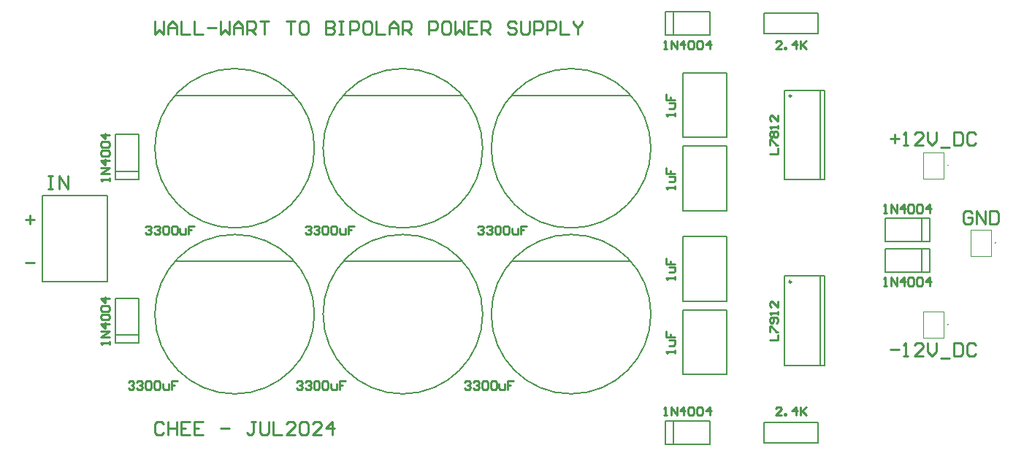
<source format=gbr>
G04*
G04 #@! TF.GenerationSoftware,Altium Limited,Altium Designer,24.5.1 (21)*
G04*
G04 Layer_Color=65535*
%FSLAX25Y25*%
%MOIN*%
G70*
G04*
G04 #@! TF.SameCoordinates,C76CA4C4-4B78-49E4-996D-9464DF6DB47D*
G04*
G04*
G04 #@! TF.FilePolarity,Positive*
G04*
G01*
G75*
%ADD10C,0.00984*%
%ADD11C,0.00787*%
%ADD12C,0.00591*%
%ADD13C,0.00394*%
%ADD14C,0.01000*%
D10*
X356398Y165709D02*
G03*
X356398Y165709I-492J0D01*
G01*
Y80748D02*
G03*
X356398Y80748I-492J0D01*
G01*
D11*
X449606Y98622D02*
G03*
X449606Y98622I-197J0D01*
G01*
X427953Y61221D02*
G03*
X427953Y61221I-197J0D01*
G01*
Y134055D02*
G03*
X427953Y134055I-197J0D01*
G01*
X369488Y127323D02*
Y168268D01*
X353346Y168268D02*
X371457D01*
X353346Y127323D02*
Y168268D01*
Y127323D02*
X371457D01*
Y168268D01*
X47835Y131295D02*
X58465D01*
Y127559D02*
Y148031D01*
X47835D02*
X58465D01*
X47835Y127559D02*
Y148031D01*
Y127559D02*
X58465D01*
X306890Y67913D02*
X326969D01*
X306890Y38386D02*
Y67913D01*
Y38386D02*
X326969D01*
Y67913D01*
X152362Y165945D02*
X205906D01*
X14764Y120079D02*
X44291D01*
X14764Y80709D02*
X44291D01*
Y120079D01*
X14764Y80709D02*
Y120079D01*
X47835Y52756D02*
X58465D01*
X47835D02*
Y73228D01*
X58465D01*
Y52756D02*
Y73228D01*
X47835Y56492D02*
X58465D01*
X298819Y193504D02*
Y204134D01*
X319291D01*
Y193504D02*
Y204134D01*
X298819Y193504D02*
X319291D01*
X302555D02*
Y204134D01*
X368701Y7087D02*
Y16535D01*
X343898Y7087D02*
X368701D01*
X343898Y16535D02*
X368701D01*
X343898Y7087D02*
Y16535D01*
X419685Y85236D02*
Y95866D01*
X399213Y85236D02*
X419685D01*
X399213D02*
Y95866D01*
X419685D01*
X415949Y85236D02*
Y95866D01*
X419685Y99016D02*
Y109646D01*
X399213Y99016D02*
X419685D01*
X399213D02*
Y109646D01*
X419685D01*
X415949Y99016D02*
Y109646D01*
X371457Y42362D02*
Y83307D01*
X353346Y42362D02*
X371457D01*
X353346D02*
Y83307D01*
Y83307D02*
X371457D01*
X369488Y42362D02*
Y83307D01*
X368701Y194095D02*
Y203543D01*
X343898Y194095D02*
X368701D01*
X343898Y203543D02*
X368701D01*
X343898Y194095D02*
Y203543D01*
X298819Y6496D02*
Y17126D01*
X319291D01*
Y6496D02*
Y17126D01*
X298819Y6496D02*
X319291D01*
X302555D02*
Y17126D01*
X75590Y90158D02*
X129134D01*
X229134D02*
X282677D01*
X152362D02*
X205906D01*
X75590Y165945D02*
X129134D01*
X229134D02*
X282677D01*
X306890Y71850D02*
Y101378D01*
X326969D01*
Y71850D02*
Y101378D01*
X306890Y71850D02*
X326969D01*
X306890Y146653D02*
Y176181D01*
X326969D01*
Y146653D02*
Y176181D01*
X306890Y146653D02*
X326969D01*
Y113189D02*
Y142717D01*
X306890Y113189D02*
X326969D01*
X306890D02*
Y142717D01*
X326969D01*
D12*
X215551Y141732D02*
G03*
X215551Y141732I-36417J0D01*
G01*
X138779Y65945D02*
G03*
X138779Y65945I-36417J0D01*
G01*
X292323D02*
G03*
X292323Y65945I-36417J0D01*
G01*
X215551D02*
G03*
X215551Y65945I-36417J0D01*
G01*
X138779Y141732D02*
G03*
X138779Y141732I-36417J0D01*
G01*
X292323D02*
G03*
X292323Y141732I-36417J0D01*
G01*
D13*
X438169Y92421D02*
Y104429D01*
X447657D01*
Y92421D02*
Y104429D01*
X438169Y92421D02*
X447657D01*
X416516Y55020D02*
Y67028D01*
X426004D01*
Y55020D02*
Y67028D01*
X416516Y55020D02*
X426004D01*
X416516Y127854D02*
Y139862D01*
X426004D01*
Y127854D02*
Y139862D01*
X416516Y127854D02*
X426004D01*
D14*
X6905Y89583D02*
X10904D01*
X6905Y109299D02*
X10904D01*
X8905Y111298D02*
Y107299D01*
X69959Y15841D02*
X68960Y16841D01*
X66960D01*
X65961Y15841D01*
Y11842D01*
X66960Y10842D01*
X68960D01*
X69959Y11842D01*
X71959Y16841D02*
Y10842D01*
Y13842D01*
X75957D01*
Y16841D01*
Y10842D01*
X81955Y16841D02*
X77957D01*
Y10842D01*
X81955D01*
X77957Y13842D02*
X79956D01*
X87954Y16841D02*
X83955D01*
Y10842D01*
X87954D01*
X83955Y13842D02*
X85954D01*
X95951D02*
X99950D01*
X111946Y16841D02*
X109946D01*
X110946D01*
Y11842D01*
X109946Y10842D01*
X108947D01*
X107947Y11842D01*
X113945Y16841D02*
Y11842D01*
X114945Y10842D01*
X116944D01*
X117944Y11842D01*
Y16841D01*
X119943D02*
Y10842D01*
X123942D01*
X129940D02*
X125941D01*
X129940Y14841D01*
Y15841D01*
X128940Y16841D01*
X126941D01*
X125941Y15841D01*
X131939D02*
X132939Y16841D01*
X134938D01*
X135938Y15841D01*
Y11842D01*
X134938Y10842D01*
X132939D01*
X131939Y11842D01*
Y15841D01*
X141936Y10842D02*
X137937D01*
X141936Y14841D01*
Y15841D01*
X140936Y16841D01*
X138937D01*
X137937Y15841D01*
X146934Y10842D02*
Y16841D01*
X143935Y13842D01*
X147934D01*
X65961Y199911D02*
Y193913D01*
X67960Y195913D01*
X69959Y193913D01*
Y199911D01*
X71959Y193913D02*
Y197912D01*
X73958Y199911D01*
X75957Y197912D01*
Y193913D01*
Y196912D01*
X71959D01*
X77957Y199911D02*
Y193913D01*
X81955D01*
X83955Y199911D02*
Y193913D01*
X87954D01*
X89953Y196912D02*
X93952D01*
X95951Y199911D02*
Y193913D01*
X97950Y195913D01*
X99950Y193913D01*
Y199911D01*
X101949Y193913D02*
Y197912D01*
X103948Y199911D01*
X105948Y197912D01*
Y193913D01*
Y196912D01*
X101949D01*
X107947Y193913D02*
Y199911D01*
X110946D01*
X111946Y198912D01*
Y196912D01*
X110946Y195913D01*
X107947D01*
X109946D02*
X111946Y193913D01*
X113945Y199911D02*
X117944D01*
X115945D01*
Y193913D01*
X125941Y199911D02*
X129940D01*
X127941D01*
Y193913D01*
X134938Y199911D02*
X132939D01*
X131939Y198912D01*
Y194913D01*
X132939Y193913D01*
X134938D01*
X135938Y194913D01*
Y198912D01*
X134938Y199911D01*
X143935D02*
Y193913D01*
X146934D01*
X147934Y194913D01*
Y195913D01*
X146934Y196912D01*
X143935D01*
X146934D01*
X147934Y197912D01*
Y198912D01*
X146934Y199911D01*
X143935D01*
X149934D02*
X151933D01*
X150933D01*
Y193913D01*
X149934D01*
X151933D01*
X154932D02*
Y199911D01*
X157931D01*
X158931Y198912D01*
Y196912D01*
X157931Y195913D01*
X154932D01*
X163929Y199911D02*
X161930D01*
X160930Y198912D01*
Y194913D01*
X161930Y193913D01*
X163929D01*
X164929Y194913D01*
Y198912D01*
X163929Y199911D01*
X166928D02*
Y193913D01*
X170927D01*
X172926D02*
Y197912D01*
X174925Y199911D01*
X176925Y197912D01*
Y193913D01*
Y196912D01*
X172926D01*
X178924Y193913D02*
Y199911D01*
X181923D01*
X182923Y198912D01*
Y196912D01*
X181923Y195913D01*
X178924D01*
X180923D02*
X182923Y193913D01*
X190920D02*
Y199911D01*
X193919D01*
X194919Y198912D01*
Y196912D01*
X193919Y195913D01*
X190920D01*
X199917Y199911D02*
X197918D01*
X196918Y198912D01*
Y194913D01*
X197918Y193913D01*
X199917D01*
X200917Y194913D01*
Y198912D01*
X199917Y199911D01*
X202916D02*
Y193913D01*
X204916Y195913D01*
X206915Y193913D01*
Y199911D01*
X212913D02*
X208914D01*
Y193913D01*
X212913D01*
X208914Y196912D02*
X210914D01*
X214912Y193913D02*
Y199911D01*
X217912D01*
X218911Y198912D01*
Y196912D01*
X217912Y195913D01*
X214912D01*
X216912D02*
X218911Y193913D01*
X230907Y198912D02*
X229908Y199911D01*
X227908D01*
X226909Y198912D01*
Y197912D01*
X227908Y196912D01*
X229908D01*
X230907Y195913D01*
Y194913D01*
X229908Y193913D01*
X227908D01*
X226909Y194913D01*
X232907Y199911D02*
Y194913D01*
X233906Y193913D01*
X235906D01*
X236905Y194913D01*
Y199911D01*
X238905Y193913D02*
Y199911D01*
X241904D01*
X242903Y198912D01*
Y196912D01*
X241904Y195913D01*
X238905D01*
X244903Y193913D02*
Y199911D01*
X247902D01*
X248902Y198912D01*
Y196912D01*
X247902Y195913D01*
X244903D01*
X250901Y199911D02*
Y193913D01*
X254900D01*
X256899Y199911D02*
Y198912D01*
X258898Y196912D01*
X260898Y198912D01*
Y199911D01*
X258898Y196912D02*
Y193913D01*
X438915Y112236D02*
X437915Y113235D01*
X435916D01*
X434916Y112236D01*
Y108237D01*
X435916Y107237D01*
X437915D01*
X438915Y108237D01*
Y110236D01*
X436915D01*
X440914Y107237D02*
Y113235D01*
X444913Y107237D01*
Y113235D01*
X446912D02*
Y107237D01*
X449911D01*
X450911Y108237D01*
Y112236D01*
X449911Y113235D01*
X446912D01*
X401766Y49712D02*
X405765D01*
X407764Y46713D02*
X409764D01*
X408764D01*
Y52711D01*
X407764Y51712D01*
X416761Y46713D02*
X412763D01*
X416761Y50712D01*
Y51712D01*
X415762Y52711D01*
X413762D01*
X412763Y51712D01*
X418761Y52711D02*
Y48713D01*
X420760Y46713D01*
X422759Y48713D01*
Y52711D01*
X424759Y45714D02*
X428757D01*
X430757Y52711D02*
Y46713D01*
X433756D01*
X434756Y47713D01*
Y51712D01*
X433756Y52711D01*
X430757D01*
X440754Y51712D02*
X439754Y52711D01*
X437754D01*
X436755Y51712D01*
Y47713D01*
X437754Y46713D01*
X439754D01*
X440754Y47713D01*
X401766Y146169D02*
X405765D01*
X403765Y148169D02*
Y144170D01*
X407764Y143170D02*
X409764D01*
X408764D01*
Y149168D01*
X407764Y148169D01*
X416761Y143170D02*
X412763D01*
X416761Y147169D01*
Y148169D01*
X415762Y149168D01*
X413762D01*
X412763Y148169D01*
X418761Y149168D02*
Y145169D01*
X420760Y143170D01*
X422759Y145169D01*
Y149168D01*
X424759Y142170D02*
X428757D01*
X430757Y149168D02*
Y143170D01*
X433756D01*
X434756Y144170D01*
Y148169D01*
X433756Y149168D01*
X430757D01*
X440754Y148169D02*
X439754Y149168D01*
X437754D01*
X436755Y148169D01*
Y144170D01*
X437754Y143170D01*
X439754D01*
X440754Y144170D01*
X346457Y53979D02*
X350393D01*
Y56603D01*
X346457Y57915D02*
Y60539D01*
X347113D01*
X349737Y57915D01*
X350393D01*
X349737Y61851D02*
X350393Y62507D01*
Y63819D01*
X349737Y64474D01*
X347113D01*
X346457Y63819D01*
Y62507D01*
X347113Y61851D01*
X347769D01*
X348425Y62507D01*
Y64474D01*
X350393Y65786D02*
Y67098D01*
Y66442D01*
X346457D01*
X347113Y65786D01*
X350393Y71690D02*
Y69066D01*
X347769Y71690D01*
X347113D01*
X346457Y71034D01*
Y69722D01*
X347113Y69066D01*
X346457Y139097D02*
X350393D01*
Y141721D01*
X346457Y143033D02*
Y145657D01*
X347113D01*
X349737Y143033D01*
X350393D01*
X347113Y146969D02*
X346457Y147625D01*
Y148937D01*
X347113Y149593D01*
X347769D01*
X348425Y148937D01*
X349081Y149593D01*
X349737D01*
X350393Y148937D01*
Y147625D01*
X349737Y146969D01*
X349081D01*
X348425Y147625D01*
X347769Y146969D01*
X347113D01*
X348425Y147625D02*
Y148937D01*
X350393Y150905D02*
Y152216D01*
Y151560D01*
X346457D01*
X347113Y150905D01*
X350393Y156808D02*
Y154184D01*
X347769Y156808D01*
X347113D01*
X346457Y156152D01*
Y154840D01*
X347113Y154184D01*
X352035Y19686D02*
X349412D01*
X352035Y22309D01*
Y22965D01*
X351379Y23621D01*
X350068D01*
X349412Y22965D01*
X353347Y19686D02*
Y20342D01*
X354003D01*
Y19686D01*
X353347D01*
X358595D02*
Y23621D01*
X356627Y21654D01*
X359251D01*
X360563Y23621D02*
Y19686D01*
Y20998D01*
X363187Y23621D01*
X361219Y21654D01*
X363187Y19686D01*
X352035Y187009D02*
X349412D01*
X352035Y189632D01*
Y190288D01*
X351379Y190944D01*
X350068D01*
X349412Y190288D01*
X353347Y187009D02*
Y187664D01*
X354003D01*
Y187009D01*
X353347D01*
X358595D02*
Y190944D01*
X356627Y188976D01*
X359251D01*
X360563Y190944D02*
Y187009D01*
Y188320D01*
X363187Y190944D01*
X361219Y188976D01*
X363187Y187009D01*
X17155Y128983D02*
X19154D01*
X18155D01*
Y122985D01*
X17155D01*
X19154D01*
X22153D02*
Y128983D01*
X26152Y122985D01*
Y128983D01*
X298232Y19686D02*
X299544D01*
X298888D01*
Y23621D01*
X298232Y22965D01*
X301512Y19686D02*
Y23621D01*
X304135Y19686D01*
Y23621D01*
X307415Y19686D02*
Y23621D01*
X305447Y21654D01*
X308071D01*
X309383Y22965D02*
X310039Y23621D01*
X311351D01*
X312007Y22965D01*
Y20342D01*
X311351Y19686D01*
X310039D01*
X309383Y20342D01*
Y22965D01*
X313319D02*
X313975Y23621D01*
X315287D01*
X315943Y22965D01*
Y20342D01*
X315287Y19686D01*
X313975D01*
X313319Y20342D01*
Y22965D01*
X319222Y19686D02*
Y23621D01*
X317255Y21654D01*
X319878D01*
X45275Y52169D02*
Y53481D01*
Y52825D01*
X41339D01*
X41995Y52169D01*
X45275Y55449D02*
X41339D01*
X45275Y58072D01*
X41339D01*
X45275Y61352D02*
X41339D01*
X43307Y59384D01*
Y62008D01*
X41995Y63320D02*
X41339Y63976D01*
Y65288D01*
X41995Y65944D01*
X44619D01*
X45275Y65288D01*
Y63976D01*
X44619Y63320D01*
X41995D01*
Y67256D02*
X41339Y67912D01*
Y69224D01*
X41995Y69880D01*
X44619D01*
X45275Y69224D01*
Y67912D01*
X44619Y67256D01*
X41995D01*
X45275Y73159D02*
X41339D01*
X43307Y71192D01*
Y73815D01*
X398625Y78741D02*
X399937D01*
X399282D01*
Y82677D01*
X398625Y82021D01*
X401905Y78741D02*
Y82677D01*
X404529Y78741D01*
Y82677D01*
X407809Y78741D02*
Y82677D01*
X405841Y80709D01*
X408465D01*
X409777Y82021D02*
X410433Y82677D01*
X411745D01*
X412401Y82021D01*
Y79397D01*
X411745Y78741D01*
X410433D01*
X409777Y79397D01*
Y82021D01*
X413713D02*
X414368Y82677D01*
X415680D01*
X416336Y82021D01*
Y79397D01*
X415680Y78741D01*
X414368D01*
X413713Y79397D01*
Y82021D01*
X419616Y78741D02*
Y82677D01*
X417648Y80709D01*
X420272D01*
X398626Y112205D02*
X399938D01*
X399282D01*
Y116141D01*
X398626Y115485D01*
X401905Y112205D02*
Y116141D01*
X404529Y112205D01*
Y116141D01*
X407809Y112205D02*
Y116141D01*
X405841Y114173D01*
X408465D01*
X409777Y115485D02*
X410433Y116141D01*
X411745D01*
X412401Y115485D01*
Y112861D01*
X411745Y112205D01*
X410433D01*
X409777Y112861D01*
Y115485D01*
X413713D02*
X414368Y116141D01*
X415680D01*
X416336Y115485D01*
Y112861D01*
X415680Y112205D01*
X414368D01*
X413713Y112861D01*
Y115485D01*
X419616Y112205D02*
Y116141D01*
X417648Y114173D01*
X420272D01*
X45275Y126972D02*
Y128284D01*
Y127628D01*
X41339D01*
X41995Y126972D01*
X45275Y130252D02*
X41339D01*
X45275Y132876D01*
X41339D01*
X45275Y136155D02*
X41339D01*
X43307Y134187D01*
Y136811D01*
X41995Y138123D02*
X41339Y138779D01*
Y140091D01*
X41995Y140747D01*
X44619D01*
X45275Y140091D01*
Y138779D01*
X44619Y138123D01*
X41995D01*
Y142059D02*
X41339Y142715D01*
Y144027D01*
X41995Y144683D01*
X44619D01*
X45275Y144027D01*
Y142715D01*
X44619Y142059D01*
X41995D01*
X45275Y147963D02*
X41339D01*
X43307Y145995D01*
Y148619D01*
X298232Y187009D02*
X299544D01*
X298888D01*
Y190944D01*
X298232Y190288D01*
X301512Y187009D02*
Y190944D01*
X304135Y187009D01*
Y190944D01*
X307415Y187009D02*
Y190944D01*
X305447Y188976D01*
X308071D01*
X309383Y190288D02*
X310039Y190944D01*
X311351D01*
X312007Y190288D01*
Y187664D01*
X311351Y187009D01*
X310039D01*
X309383Y187664D01*
Y190288D01*
X313319D02*
X313975Y190944D01*
X315287D01*
X315943Y190288D01*
Y187664D01*
X315287Y187009D01*
X313975D01*
X313319Y187664D01*
Y190288D01*
X319222Y187009D02*
Y190944D01*
X317255Y188976D01*
X319878D01*
X303149Y48230D02*
Y49542D01*
Y48886D01*
X299213D01*
X299869Y48230D01*
X300525Y51510D02*
X302493D01*
X303149Y52166D01*
Y54134D01*
X300525D01*
X299213Y58069D02*
Y55445D01*
X301181D01*
Y56757D01*
Y55445D01*
X303149D01*
Y81695D02*
Y83006D01*
Y82350D01*
X299213D01*
X299869Y81695D01*
X300525Y84974D02*
X302493D01*
X303149Y85630D01*
Y87598D01*
X300525D01*
X299213Y91534D02*
Y88910D01*
X301181D01*
Y90222D01*
Y88910D01*
X303149D01*
Y123033D02*
Y124345D01*
Y123689D01*
X299213D01*
X299869Y123033D01*
X300525Y126313D02*
X302493D01*
X303149Y126969D01*
Y128937D01*
X300525D01*
X299213Y132872D02*
Y130249D01*
X301181D01*
Y131561D01*
Y130249D01*
X303149D01*
X303149Y156498D02*
Y157810D01*
Y157154D01*
X299213D01*
X299869Y156498D01*
X300525Y159777D02*
X302493D01*
X303149Y160433D01*
Y162401D01*
X300525D01*
X299213Y166337D02*
Y163713D01*
X301181D01*
Y165025D01*
Y163713D01*
X303149D01*
X207353Y34776D02*
X208009Y35432D01*
X209321D01*
X209977Y34776D01*
Y34121D01*
X209321Y33465D01*
X208665D01*
X209321D01*
X209977Y32809D01*
Y32153D01*
X209321Y31497D01*
X208009D01*
X207353Y32153D01*
X211288Y34776D02*
X211944Y35432D01*
X213256D01*
X213912Y34776D01*
Y34121D01*
X213256Y33465D01*
X212600D01*
X213256D01*
X213912Y32809D01*
Y32153D01*
X213256Y31497D01*
X211944D01*
X211288Y32153D01*
X215224Y34776D02*
X215880Y35432D01*
X217192D01*
X217848Y34776D01*
Y32153D01*
X217192Y31497D01*
X215880D01*
X215224Y32153D01*
Y34776D01*
X219160D02*
X219816Y35432D01*
X221128D01*
X221784Y34776D01*
Y32153D01*
X221128Y31497D01*
X219816D01*
X219160Y32153D01*
Y34776D01*
X223096Y34121D02*
Y32153D01*
X223752Y31497D01*
X225719D01*
Y34121D01*
X229655Y35432D02*
X227031D01*
Y33465D01*
X228343D01*
X227031D01*
Y31497D01*
X130581Y34776D02*
X131237Y35432D01*
X132549D01*
X133205Y34776D01*
Y34121D01*
X132549Y33465D01*
X131893D01*
X132549D01*
X133205Y32809D01*
Y32153D01*
X132549Y31497D01*
X131237D01*
X130581Y32153D01*
X134517Y34776D02*
X135173Y35432D01*
X136485D01*
X137141Y34776D01*
Y34121D01*
X136485Y33465D01*
X135829D01*
X136485D01*
X137141Y32809D01*
Y32153D01*
X136485Y31497D01*
X135173D01*
X134517Y32153D01*
X138452Y34776D02*
X139109Y35432D01*
X140420D01*
X141076Y34776D01*
Y32153D01*
X140420Y31497D01*
X139109D01*
X138452Y32153D01*
Y34776D01*
X142388D02*
X143044Y35432D01*
X144356D01*
X145012Y34776D01*
Y32153D01*
X144356Y31497D01*
X143044D01*
X142388Y32153D01*
Y34776D01*
X146324Y34121D02*
Y32153D01*
X146980Y31497D01*
X148948D01*
Y34121D01*
X152884Y35432D02*
X150260D01*
Y33465D01*
X151572D01*
X150260D01*
Y31497D01*
X53809Y34776D02*
X54465Y35432D01*
X55777D01*
X56433Y34776D01*
Y34121D01*
X55777Y33465D01*
X55121D01*
X55777D01*
X56433Y32809D01*
Y32153D01*
X55777Y31497D01*
X54465D01*
X53809Y32153D01*
X57745Y34776D02*
X58401Y35432D01*
X59713D01*
X60369Y34776D01*
Y34121D01*
X59713Y33465D01*
X59057D01*
X59713D01*
X60369Y32809D01*
Y32153D01*
X59713Y31497D01*
X58401D01*
X57745Y32153D01*
X61681Y34776D02*
X62337Y35432D01*
X63649D01*
X64305Y34776D01*
Y32153D01*
X63649Y31497D01*
X62337D01*
X61681Y32153D01*
Y34776D01*
X65617D02*
X66273Y35432D01*
X67585D01*
X68240Y34776D01*
Y32153D01*
X67585Y31497D01*
X66273D01*
X65617Y32153D01*
Y34776D01*
X69552Y34121D02*
Y32153D01*
X70208Y31497D01*
X72176D01*
Y34121D01*
X76112Y35432D02*
X73488D01*
Y33465D01*
X74800D01*
X73488D01*
Y31497D01*
X213258Y105643D02*
X213914Y106299D01*
X215226D01*
X215882Y105643D01*
Y104987D01*
X215226Y104331D01*
X214570D01*
X215226D01*
X215882Y103675D01*
Y103019D01*
X215226Y102363D01*
X213914D01*
X213258Y103019D01*
X217194Y105643D02*
X217850Y106299D01*
X219162D01*
X219818Y105643D01*
Y104987D01*
X219162Y104331D01*
X218506D01*
X219162D01*
X219818Y103675D01*
Y103019D01*
X219162Y102363D01*
X217850D01*
X217194Y103019D01*
X221130Y105643D02*
X221786Y106299D01*
X223097D01*
X223753Y105643D01*
Y103019D01*
X223097Y102363D01*
X221786D01*
X221130Y103019D01*
Y105643D01*
X225065D02*
X225721Y106299D01*
X227033D01*
X227689Y105643D01*
Y103019D01*
X227033Y102363D01*
X225721D01*
X225065Y103019D01*
Y105643D01*
X229001Y104987D02*
Y103019D01*
X229657Y102363D01*
X231625D01*
Y104987D01*
X235561Y106299D02*
X232937D01*
Y104331D01*
X234249D01*
X232937D01*
Y102363D01*
X134518Y105643D02*
X135174Y106299D01*
X136486D01*
X137142Y105643D01*
Y104987D01*
X136486Y104331D01*
X135830D01*
X136486D01*
X137142Y103675D01*
Y103019D01*
X136486Y102363D01*
X135174D01*
X134518Y103019D01*
X138454Y105643D02*
X139110Y106299D01*
X140422D01*
X141078Y105643D01*
Y104987D01*
X140422Y104331D01*
X139766D01*
X140422D01*
X141078Y103675D01*
Y103019D01*
X140422Y102363D01*
X139110D01*
X138454Y103019D01*
X142390Y105643D02*
X143045Y106299D01*
X144357D01*
X145013Y105643D01*
Y103019D01*
X144357Y102363D01*
X143045D01*
X142390Y103019D01*
Y105643D01*
X146325D02*
X146981Y106299D01*
X148293D01*
X148949Y105643D01*
Y103019D01*
X148293Y102363D01*
X146981D01*
X146325Y103019D01*
Y105643D01*
X150261Y104987D02*
Y103019D01*
X150917Y102363D01*
X152885D01*
Y104987D01*
X156821Y106299D02*
X154197D01*
Y104331D01*
X155509D01*
X154197D01*
Y102363D01*
X61683Y105643D02*
X62339Y106299D01*
X63651D01*
X64307Y105643D01*
Y104987D01*
X63651Y104331D01*
X62995D01*
X63651D01*
X64307Y103675D01*
Y103019D01*
X63651Y102363D01*
X62339D01*
X61683Y103019D01*
X65619Y105643D02*
X66275Y106299D01*
X67587D01*
X68243Y105643D01*
Y104987D01*
X67587Y104331D01*
X66931D01*
X67587D01*
X68243Y103675D01*
Y103019D01*
X67587Y102363D01*
X66275D01*
X65619Y103019D01*
X69555Y105643D02*
X70211Y106299D01*
X71523D01*
X72179Y105643D01*
Y103019D01*
X71523Y102363D01*
X70211D01*
X69555Y103019D01*
Y105643D01*
X73491D02*
X74147Y106299D01*
X75459D01*
X76114Y105643D01*
Y103019D01*
X75459Y102363D01*
X74147D01*
X73491Y103019D01*
Y105643D01*
X77426Y104987D02*
Y103019D01*
X78082Y102363D01*
X80050D01*
Y104987D01*
X83986Y106299D02*
X81362D01*
Y104331D01*
X82674D01*
X81362D01*
Y102363D01*
M02*

</source>
